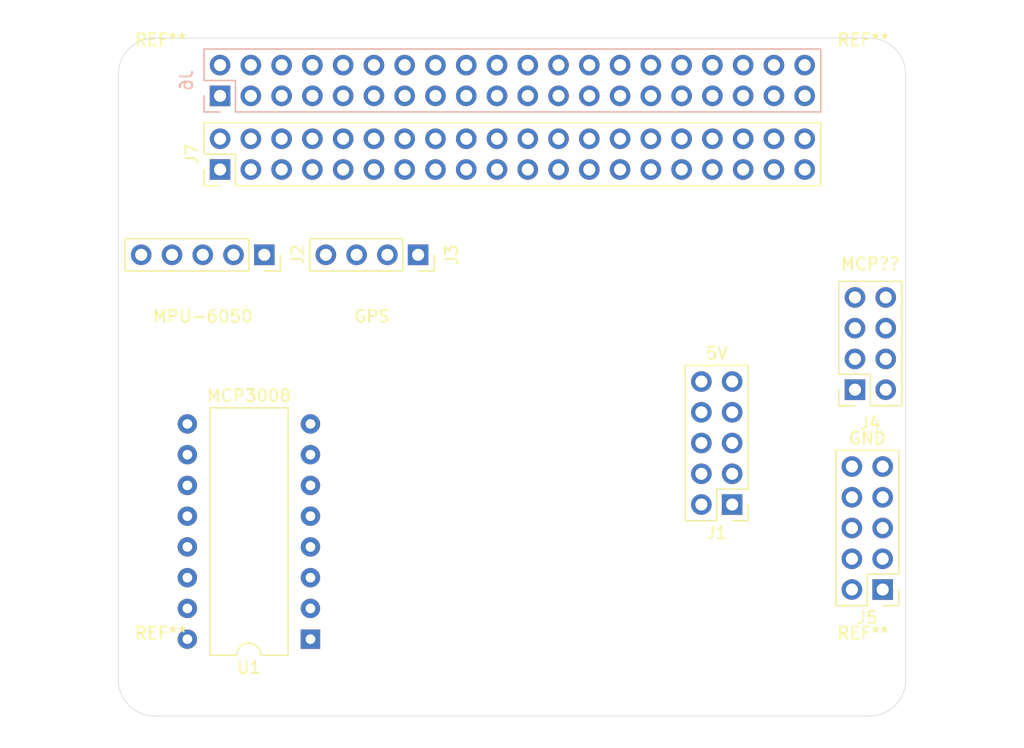
<source format=kicad_pcb>
(kicad_pcb (version 20211014) (generator pcbnew)
  (layers (0 "F.Cu" signal) (31 "B.Cu" signal) (34 "B.Paste" user) (35 "F.Paste" user) (36 "B.SilkS" user "B.Silkscreen") (37 "F.SilkS" user "F.Silkscreen") (38 "B.Mask" user) (39 "F.Mask" user) (44 "Edge.Cuts" user))
  (net 0 "")
  (net 1 "/5V")
  (net 2 "Net-(J2-Pad5)")
  (net 3 "/GND")
  (net 4 "/3V3")
  (net 5 "/GPIO14_TXD")
  (net 6 "/GPIO15_RXD")
  (net 7 "Net-(J4-Pad8)")
  (net 8 "Net-(J4-Pad7)")
  (net 9 "Net-(J4-Pad6)")
  (net 10 "Net-(J4-Pad5)")
  (net 11 "Net-(J4-Pad4)")
  (net 12 "Net-(J4-Pad3)")
  (net 13 "Net-(J4-Pad2)")
  (net 14 "Net-(J4-Pad1)")
  (net 15 "/GPIO21_SCLK1")
  (net 16 "/GPIO20_MOSI1")
  (net 17 "/GPIO26")
  (net 18 "/GPIO16")
  (net 19 "/GPIO19")
  (net 20 "/GPIO13")
  (net 21 "/GPIO12")
  (net 22 "/GPIO6")
  (net 23 "/GPIO5")
  (net 24 "/GPIO1_ID_SC")
  (net 25 "/GPIO0_ID_SD")
  (net 26 "/GPIO9_SPI_CE1")
  (net 27 "/GPIO8_SPI_CE0")
  (net 28 "/GPIO11")
  (net 29 "/GPIO25")
  (net 30 "/GPIO9")
  (net 31 "/GPIO10")
  (net 32 "/GPIO24")
  (net 33 "/GPIO23")
  (net 34 "/GPIO22")
  (net 35 "/GPIO27")
  (net 36 "/GPIO18_PWM0")
  (net 37 "/GPIO17")
  (net 38 "/GPIO4_GCLK0")
  (net 39 "/GPIO3_SCL")
  (net 40 "/GPIO2_SDA")
  (net 41 "Net-(U1-Pad16)")
  (net 42 "Net-(U1-Pad8)")
  (net 43 "Net-(U1-Pad15)")
  (net 44 "Net-(U1-Pad7)")
  (net 45 "Net-(U1-Pad6)")
  (net 46 "Net-(U1-Pad13)")
  (net 47 "Net-(U1-Pad5)")
  (net 48 "Net-(U1-Pad12)")
  (net 49 "Net-(U1-Pad4)")
  (net 50 "Net-(U1-Pad11)")
  (net 51 "Net-(U1-Pad3)")
  (net 52 "Net-(U1-Pad10)")
  (net 53 "/CZT")
  (net 54 "/CZP")
  (footprint "Connector_PinHeader_2.54mm:PinHeader_2x05_P2.54mm_Vertical" (layer "F.Cu") (at 147.171 105.029 180)
    (fp_text reference "J1" (at 1.27 -2.33) (layer "F.SilkS"))
    (fp_text value "5V" (at 1.27 12.49) (layer "F.SilkS"))
    (fp_line (start -1.33 1.27) (end 1.27 1.27) (layer "F.SilkS") (width 0.12))
    (fp_line (start 1.27 -1.33) (end 3.87 -1.33) (layer "F.SilkS") (width 0.12))
    (fp_line (start -1.33 -1.33) (end 0 -1.33) (layer "F.SilkS") (width 0.12))
    (fp_line (start 3.87 -1.33) (end 3.87 11.49) (layer "F.SilkS") (width 0.12))
    (fp_line (start -1.33 1.27) (end -1.33 11.49) (layer "F.SilkS") (width 0.12))
    (fp_line (start 1.27 1.27) (end 1.27 -1.33) (layer "F.SilkS") (width 0.12))
    (fp_line (start -1.33 0) (end -1.33 -1.33) (layer "F.SilkS") (width 0.12))
    (fp_line (start -1.33 11.49) (end 3.87 11.49) (layer "F.SilkS") (width 0.12))
    (pad "1" thru_hole rect locked (at 0 0 180) (size 1.7 1.7) (drill 1) (layers *.Cu *.Mask) (net 1 "/5V"))
    (pad "2" thru_hole oval locked (at 2.54 0 180) (size 1.7 1.7) (drill 1) (layers *.Cu *.Mask) (net 1 "/5V"))
    (pad "3" thru_hole oval locked (at 0 2.54 180) (size 1.7 1.7) (drill 1) (layers *.Cu *.Mask) (net 1 "/5V"))
    (pad "4" thru_hole oval locked (at 2.54 2.54 180) (size 1.7 1.7) (drill 1) (layers *.Cu *.Mask) (net 1 "/5V"))
    (pad "5" thru_hole oval locked (at 0 5.08 180) (size 1.7 1.7) (drill 1) (layers *.Cu *.Mask) (net 1 "/5V"))
    (pad "6" thru_hole oval locked (at 2.54 5.08 180) (size 1.7 1.7) (drill 1) (layers *.Cu *.Mask) (net 1 "/5V"))
    (pad "7" thru_hole oval locked (at 0 7.62 180) (size 1.7 1.7) (drill 1) (layers *.Cu *.Mask) (net 1 "/5V"))
    (pad "8" thru_hole oval locked (at 2.54 7.62 180) (size 1.7 1.7) (drill 1) (layers *.Cu *.Mask) (net 1 "/5V"))
    (pad "9" thru_hole oval locked (at 0 10.16 180) (size 1.7 1.7) (drill 1) (layers *.Cu *.Mask) (net 1 "/5V"))
    (pad "10" thru_hole oval locked (at 2.54 10.16 180) (size 1.7 1.7) (drill 1) (layers *.Cu *.Mask) (net 1 "/5V"))
  )
  (footprint "Connector_PinSocket_2.54mm:PinSocket_1x05_P2.54mm_Vertical" (layer "F.Cu") (at 108.55 84.4 -90)
    (fp_text reference "J2" (at 0 -2.77 90) (layer "F.SilkS"))
    (fp_text value "MPU-6050" (at 5.08 5.08 180) (layer "F.SilkS"))
    (fp_line (start -1.33 11.49) (end 1.33 11.49) (layer "F.SilkS") (width 0.12))
    (fp_line (start 1.33 1.27) (end 1.33 11.49) (layer "F.SilkS") (width 0.12))
    (fp_line (start 0 -1.33) (end 1.33 -1.33) (layer "F.SilkS") (width 0.12))
    (fp_line (start -1.33 1.27) (end -1.33 11.49) (layer "F.SilkS") (width 0.12))
    (fp_line (start 1.33 -1.33) (end 1.33 0) (layer "F.SilkS") (width 0.12))
    (fp_line (start -1.33 1.27) (end 1.33 1.27) (layer "F.SilkS") (width 0.12))
    (pad "1" thru_hole rect locked (at 0 0 270) (size 1.7 1.7) (drill 1) (layers *.Cu *.Mask) (net 4 "/3V3"))
    (pad "2" thru_hole oval locked (at 0 2.54 270) (size 1.7 1.7) (drill 1) (layers *.Cu *.Mask) (net 3 "/GND"))
    (pad "3" thru_hole oval locked (at 0 5.08 270) (size 1.7 1.7) (drill 1) (layers *.Cu *.Mask) (net 39 "/GPIO3_SCL"))
    (pad "4" thru_hole oval locked (at 0 7.62 270) (size 1.7 1.7) (drill 1) (layers *.Cu *.Mask) (net 40 "/GPIO2_SDA"))
    (pad "5" thru_hole oval locked (at 0 10.16 270) (size 1.7 1.7) (drill 1) (layers *.Cu *.Mask) (net 2 "Net-(J2-Pad5)"))
  )
  (footprint "Connector_PinSocket_2.54mm:PinSocket_1x04_P2.54mm_Vertical" (layer "F.Cu") (at 121.25 84.4 -90)
    (fp_text reference "J3" (at 0 -2.77 90) (layer "F.SilkS"))
    (fp_text value "GPS" (at 5.08 3.81 180) (layer "F.SilkS"))
    (fp_line (start -1.33 1.27) (end -1.33 8.95) (layer "F.SilkS") (width 0.12))
    (fp_line (start 1.33 1.27) (end 1.33 8.95) (layer "F.SilkS") (width 0.12))
    (fp_line (start 1.33 -1.33) (end 1.33 0) (layer "F.SilkS") (width 0.12))
    (fp_line (start -1.33 8.95) (end 1.33 8.95) (layer "F.SilkS") (width 0.12))
    (fp_line (start -1.33 1.27) (end 1.33 1.27) (layer "F.SilkS") (width 0.12))
    (fp_line (start 0 -1.33) (end 1.33 -1.33) (layer "F.SilkS") (width 0.12))
    (pad "1" thru_hole rect locked (at 0 0 270) (size 1.7 1.7) (drill 1) (layers *.Cu *.Mask) (net 3 "/GND"))
    (pad "2" thru_hole oval locked (at 0 2.54 270) (size 1.7 1.7) (drill 1) (layers *.Cu *.Mask) (net 4 "/3V3"))
    (pad "3" thru_hole oval locked (at 0 5.08 270) (size 1.7 1.7) (drill 1) (layers *.Cu *.Mask) (net 6 "/GPIO15_RXD"))
    (pad "4" thru_hole oval locked (at 0 7.62 270) (size 1.7 1.7) (drill 1) (layers *.Cu *.Mask) (net 5 "/GPIO14_TXD"))
  )
  (footprint "Connector_PinSocket_2.54mm:PinSocket_2x04_P2.54mm_Vertical" (layer "F.Cu") (at 157.31 95.54 180)
    (fp_text reference "J4" (at -1.27 -2.77) (layer "F.SilkS"))
    (fp_text value "MCP??" (at -1.27 10.39) (layer "F.SilkS"))
    (fp_line (start -3.87 -1.33) (end -3.87 8.95) (layer "F.SilkS") (width 0.12))
    (fp_line (start -3.87 -1.33) (end -1.27 -1.33) (layer "F.SilkS") (width 0.12))
    (fp_line (start 1.33 1.27) (end 1.33 8.95) (layer "F.SilkS") (width 0.12))
    (fp_line (start -1.27 1.27) (end 1.33 1.27) (layer "F.SilkS") (width 0.12))
    (fp_line (start 0 -1.33) (end 1.33 -1.33) (layer "F.SilkS") (width 0.12))
    (fp_line (start -3.87 8.95) (end 1.33 8.95) (layer "F.SilkS") (width 0.12))
    (fp_line (start 1.33 -1.33) (end 1.33 0) (layer "F.SilkS") (width 0.12))
    (fp_line (start -1.27 -1.33) (end -1.27 1.27) (layer "F.SilkS") (width 0.12))
    (pad "1" thru_hole rect locked (at 0 0 180) (size 1.7 1.7) (drill 1) (layers *.Cu *.Mask) (net 14 "Net-(J4-Pad1)"))
    (pad "2" thru_hole oval locked (at -2.54 0 180) (size 1.7 1.7) (drill 1) (layers *.Cu *.Mask) (net 13 "Net-(J4-Pad2)"))
    (pad "3" thru_hole oval locked (at 0 2.54 180) (size 1.7 1.7) (drill 1) (layers *.Cu *.Mask) (net 12 "Net-(J4-Pad3)"))
    (pad "4" thru_hole oval locked (at -2.54 2.54 180) (size 1.7 1.7) (drill 1) (layers *.Cu *.Mask) (net 11 "Net-(J4-Pad4)"))
    (pad "5" thru_hole oval locked (at 0 5.08 180) (size 1.7 1.7) (drill 1) (layers *.Cu *.Mask) (net 10 "Net-(J4-Pad5)"))
    (pad "6" thru_hole oval locked (at -2.54 5.08 180) (size 1.7 1.7) (drill 1) (layers *.Cu *.Mask) (net 9 "Net-(J4-Pad6)"))
    (pad "7" thru_hole oval locked (at 0 7.62 180) (size 1.7 1.7) (drill 1) (layers *.Cu *.Mask) (net 8 "Net-(J4-Pad7)"))
    (pad "8" thru_hole oval locked (at -2.54 7.62 180) (size 1.7 1.7) (drill 1) (layers *.Cu *.Mask) (net 7 "Net-(J4-Pad8)"))
  )
  (footprint "Connector_PinHeader_2.54mm:PinHeader_2x05_P2.54mm_Vertical" (layer "F.Cu") (at 159.596 112.05 180)
    (fp_text reference "J5" (at 1.27 -2.33) (layer "F.SilkS"))
    (fp_text value "GND" (at 1.27 12.49) (layer "F.SilkS"))
    (fp_line (start 1.27 -1.33) (end 3.87 -1.33) (layer "F.SilkS") (width 0.12))
    (fp_line (start -1.33 1.27) (end 1.27 1.27) (layer "F.SilkS") (width 0.12))
    (fp_line (start -1.33 11.49) (end 3.87 11.49) (layer "F.SilkS") (width 0.12))
    (fp_line (start 3.87 -1.33) (end 3.87 11.49) (layer "F.SilkS") (width 0.12))
    (fp_line (start -1.33 1.27) (end -1.33 11.49) (layer "F.SilkS") (width 0.12))
    (fp_line (start 1.27 1.27) (end 1.27 -1.33) (layer "F.SilkS") (width 0.12))
    (fp_line (start -1.33 0) (end -1.33 -1.33) (layer "F.SilkS") (width 0.12))
    (fp_line (start -1.33 -1.33) (end 0 -1.33) (layer "F.SilkS") (width 0.12))
    (pad "1" thru_hole rect locked (at 0 0 180) (size 1.7 1.7) (drill 1) (layers *.Cu *.Mask) (net 3 "/GND"))
    (pad "2" thru_hole oval locked (at 2.54 0 180) (size 1.7 1.7) (drill 1) (layers *.Cu *.Mask) (net 3 "/GND"))
    (pad "3" thru_hole oval locked (at 0 2.54 180) (size 1.7 1.7) (drill 1) (layers *.Cu *.Mask) (net 3 "/GND"))
    (pad "4" thru_hole oval locked (at 2.54 2.54 180) (size 1.7 1.7) (drill 1) (layers *.Cu *.Mask) (net 3 "/GND"))
    (pad "5" thru_hole oval locked (at 0 5.08 180) (size 1.7 1.7) (drill 1) (layers *.Cu *.Mask) (net 3 "/GND"))
    (pad "6" thru_hole oval locked (at 2.54 5.08 180) (size 1.7 1.7) (drill 1) (layers *.Cu *.Mask) (net 3 "/GND"))
    (pad "7" thru_hole oval locked (at 0 7.62 180) (size 1.7 1.7) (drill 1) (layers *.Cu *.Mask) (net 3 "/GND"))
    (pad "8" thru_hole oval locked (at 2.54 7.62 180) (size 1.7 1.7) (drill 1) (layers *.Cu *.Mask) (net 3 "/GND"))
    (pad "9" thru_hole oval locked (at 0 10.16 180) (size 1.7 1.7) (drill 1) (layers *.Cu *.Mask) (net 3 "/GND"))
    (pad "10" thru_hole oval locked (at 2.54 10.16 180) (size 1.7 1.7) (drill 1) (layers *.Cu *.Mask) (net 3 "/GND"))
  )
  (footprint "Connector_PinHeader_2.54mm:PinHeader_2x20_P2.54mm_Vertical" (layer "F.Cu") (at 104.9 77.353 90)
    (fp_text reference "J7" (at 1.27 -2.33 90) (layer "F.SilkS"))
    (fp_text value "MIRROR")
    (fp_line (start 1.27 -1.33) (end 3.87 -1.33) (layer "F.SilkS") (width 0.12))
    (fp_line (start 1.27 1.27) (end 1.27 -1.33) (layer "F.SilkS") (width 0.12))
    (fp_line (start -1.33 49.59) (end 3.87 49.59) (layer "F.SilkS") (width 0.12))
    (fp_line (start -1.33 -1.33) (end 0 -1.33) (layer "F.SilkS") (width 0.12))
    (fp_line (start -1.33 1.27) (end 1.27 1.27) (layer "F.SilkS") (width 0.12))
    (fp_line (start -1.33 0) (end -1.33 -1.33) (layer "F.SilkS") (width 0.12))
    (fp_line (start -1.33 1.27) (end -1.33 49.59) (layer "F.SilkS") (width 0.12))
    (fp_line (start 3.87 -1.33) (end 3.87 49.59) (layer "F.SilkS") (width 0.12))
    (pad "1" thru_hole rect locked (at 0 0 90) (size 1.7 1.7) (drill 1) (layers *.Cu *.Mask) (net 4 "/3V3"))
    (pad "2" thru_hole oval locked (at 2.54 0 90) (size 1.7 1.7) (drill 1) (layers *.Cu *.Mask) (net 1 "/5V"))
    (pad "3" thru_hole oval locked (at 0 2.54 90) (size 1.7 1.7) (drill 1) (layers *.Cu *.Mask) (net 40 "/GPIO2_SDA"))
    (pad "4" thru_hole oval locked (at 2.54 2.54 90) (size 1.7 1.7) (drill 1) (layers *.Cu *.Mask) (net 1 "/5V"))
    (pad "5" thru_hole oval locked (at 0 5.08 90) (size 1.7 1.7) (drill 1) (layers *.Cu *.Mask) (net 39 "/GPIO3_SCL"))
    (pad "6" thru_hole oval locked (at 2.54 5.08 90) (size 1.7 1.7) (drill 1) (layers *.Cu *.Mask) (net 3 "/GND"))
    (pad "7" thru_hole oval locked (at 0 7.62 90) (size 1.7 1.7) (drill 1) (layers *.Cu *.Mask) (net 38 "/GPIO4_GCLK0"))
    (pad "8" thru_hole oval locked (at 2.54 7.62 90) (size 1.7 1.7) (drill 1) (layers *.Cu *.Mask) (net 5 "/GPIO14_TXD"))
    (pad "9" thru_hole oval locked (at 0 10.16 90) (size 1.7 1.7) (drill 1) (layers *.Cu *.Mask) (net 3 "/GND"))
    (pad "10" thru_hole oval locked (at 2.54 10.16 90) (size 1.7 1.7) (drill 1) (layers *.Cu *.Mask) (net 6 "/GPIO15_RXD"))
    (pad "11" thru_hole oval locked (at 0 12.7 90) (size 1.7 1.7) (drill 1) (layers *.Cu *.Mask) (net 37 "/GPIO17"))
    (pad "12" thru_hole oval locked (at 2.54 12.7 90) (size 1.7 1.7) (drill 1) (layers *.Cu *.Mask) (net 36 "/GPIO18_PWM0"))
    (pad "13" thru_hole oval locked (at 0 15.24 90) (size 1.7 1.7) (drill 1) (layers *.Cu *.Mask) (net 35 "/GPIO27"))
    (pad "14" thru_hole oval locked (at 2.54 15.24 90) (size 1.7 1.7) (drill 1) (layers *.Cu *.Mask) (net 3 "/GND"))
    (pad "15" thru_hole oval locked (at 0 17.78 90) (size 1.7 1.7) (drill 1) (layers *.Cu *.Mask) (net 34 "/GPIO22"))
    (pad "16" thru_hole oval locked (at 2.54 17.78 90) (size 1.7 1.7) (drill 1) (layers *.Cu *.Mask) (net 33 "/GPIO23"))
    (pad "17" thru_hole oval locked (at 0 20.32 90) (size 1.7 1.7) (drill 1) (layers *.Cu *.Mask) (net 4 "/3V3"))
    (pad "18" thru_hole oval locked (at 2.54 20.32 90) (size 1.7 1.7) (drill 1) (layers *.Cu *.Mask) (net 32 "/GPIO24"))
    (pad "19" thru_hole oval locked (at 0 22.86 90) (size 1.7 1.7) (drill 1) (layers *.Cu *.Mask) (net 31 "/GPIO10"))
    (pad "20" thru_hole oval locked (at 2.54 22.86 90) (size 1.7 1.7) (drill 1) (layers *.Cu *.Mask) (net 3 "/GND"))
    (pad "21" thru_hole oval locked (at 0 25.4 90) (size 1.7 1.7) (drill 1) (layers *.Cu *.Mask) (net 30 "/GPIO9"))
    (pad "22" thru_hole oval locked (at 2.54 25.4 90) (size 1.7 1.7) (drill 1) (layers *.Cu *.Mask) (net 29 "/GPIO25"))
    (pad "23" thru_hole oval locked (at 0 27.94 90) (size 1.7 1.7) (drill 1) (layers *.Cu *.Mask) (net 28 "/GPIO11"))
    (pad "24" thru_hole oval locked (at 2.54 27.94 90) (size 1.7 1.7) (drill 1) (layers *.Cu *.Mask) (net 27 "/GPIO8_SPI_CE0"))
    (pad "25" thru_hole oval locked (at 0 30.48 90) (size 1.7 1.7) (drill 1) (layers *.Cu *.Mask) (net 3 "/GND"))
    (pad "26" thru_hole oval locked (at 2.54 30.48 90) (size 1.7 1.7) (drill 1) (layers *.Cu *.Mask) (net 26 "/GPIO9_SPI_CE1"))
    (pad "27" thru_hole oval locked (at 0 33.02 90) (size 1.7 1.7) (drill 1) (layers *.Cu *.Mask) (net 25 "/GPIO0_ID_SD"))
    (pad "28" thru_hole oval locked (at 2.54 33.02 90) (size 1.7 1.7) (drill 1) (layers *.Cu *.Mask) (net 24 "/GPIO1_ID_SC"))
    (pad "29" thru_hole oval locked (at 0 35.56 90) (size 1.7 1.7) (drill 1) (layers *.Cu *.Mask) (net 23 "/GPIO5"))
    (pad "30" thru_hole oval locked (at 2.54 35.56 90) (size 1.7 1.7) (drill 1) (layers *.Cu *.Mask) (net 3 "/GND"))
    (pad "31" thru_hole oval locked (at 0 38.1 90) (size 1.7 1.7) (drill 1) (layers *.Cu *.Mask) (net 22 "/GPIO6"))
    (pad "32" thru_hole oval locked (at 2.54 38.1 90) (size 1.7 1.7) (drill 1) (layers *.Cu *.Mask) (net 21 "/GPIO12"))
    (pad "33" thru_hole oval locked (at 0 40.64 90) (size 1.7 1.7) (drill 1) (layers *.Cu *.Mask) (net 20 "/GPIO13"))
    (pad "34" thru_hole oval locked (at 2.54 40.64 90) (size 1.7 1.7) (drill 1) (layers *.Cu *.Mask) (net 3 "/GND"))
    (pad "35" thru_hole oval locked (at 0 43.18 90) (size 1.7 1.7) (drill 1) (layers *.Cu *.Mask) (net 19 "/GPIO19"))
    (pad "36" thru_hole oval locked (at 2.54 43.18 90) (size 1.7 1.7) (drill 1) (layers *.Cu *.Mask) (net 18 "/GPIO16"))
    (pad "37" thru_hole oval locked (at 0 45.72 90) (size 1.7 1.7) (drill 1) (layers *.Cu *.Mask) (net 17 "/GPIO26"))
    (pad "38" thru_hole oval locked (at 2.54 45.72 90) (size 1.7 1.7) (drill 1) (layers *.Cu *.Mask) (net 16 "/GPIO20_MOSI1"))
    (pad "39" thru_hole oval locked (at 0 48.26 90) (size 1.7 1.7) (drill 1) (layers *.Cu *.Mask) (net 3 "/GND"))
    (pad "40" thru_hole oval locked (at 2.54 48.26 90) (size 1.7 1.7) (drill 1) (layers *.Cu *.Mask) (net 15 "/GPIO21_SCLK1"))
  )
  (footprint "Package_DIP:DIP-16_W10.16mm" (layer "F.Cu") (at 112.36 116.15 180)
    (fp_text reference "U1" (at 5.08 -2.33) (layer "F.SilkS"))
    (fp_text value "MCP3008" (at 5.08 20.11) (layer "F.SilkS"))
    (fp_line (start 1.845 -1.33) (end 1.845 19.11) (layer "F.SilkS") (width 0.12))
    (fp_line (start 4.08 -1.33) (end 1.845 -1.33) (layer "F.SilkS") (width 0.12))
    (fp_line (start 1.845 19.11) (end 8.315 19.11) (layer "F.SilkS") (width 0.12))
    (fp_line (start 8.315 -1.33) (end 6.08 -1.33) (layer "F.SilkS") (width 0.12))
    (fp_line (start 8.315 19.11) (end 8.315 -1.33) (layer "F.SilkS") (width 0.12))
    (fp_arc (start 6.08 -1.33) (mid 5.08 -0.33) (end 4.08 -1.33) (layer "F.SilkS") (width 0.12))
    (pad "1" thru_hole rect locked (at 0 0 180) (size 1.6 1.6) (drill 0.8) (layers *.Cu *.Mask) (net 54 "/CZP"))
    (pad "2" thru_hole oval locked (at 0 2.54 180) (size 1.6 1.6) (drill 0.8) (layers *.Cu *.Mask) (net 53 "/CZT"))
    (pad "3" thru_hole oval locked (at 0 5.08 180) (size 1.6 1.6) (drill 0.8) (layers *.Cu *.Mask) (net 51 "Net-(U1-Pad3)"))
    (pad "4" thru_hole oval locked (at 0 7.62 180) (size 1.6 1.6) (drill 0.8) (layers *.Cu *.Mask) (net 49 "Net-(U1-Pad4)"))
    (pad "5" thru_hole oval locked (at 0 10.16 180) (size 1.6 1.6) (drill 0.8) (layers *.Cu *.Mask) (net 47 "Net-(U1-Pad5)"))
    (pad "6" thru_hole oval locked (at 0 12.7 180) (size 1.6 1.6) (drill 0.8) (layers *.Cu *.Mask) (net 45 "Net-(U1-Pad6)"))
    (pad "7" thru_hole oval locked (at 0 15.24 180) (size 1.6 1.6) (drill 0.8) (layers *.Cu *.Mask) (net 44 "Net-(U1-Pad7)"))
    (pad "8" thru_hole oval locked (at 0 17.78 180) (size 1.6 1.6) (drill 0.8) (layers *.Cu *.Mask) (net 42 "Net-(U1-Pad8)"))
    (pad "9" thru_hole oval locked (at 10.16 17.78 180) (size 1.6 1.6) (drill 0.8) (layers *.Cu *.Mask) (net 3 "/GND"))
    (pad "10" thru_hole oval locked (at 10.16 15.24 180) (size 1.6 1.6) (drill 0.8) (layers *.Cu *.Mask) (net 52 "Net-(U1-Pad10)"))
    (pad "11" thru_hole oval locked (at 10.16 12.7 180) (size 1.6 1.6) (drill 0.8) (layers *.Cu *.Mask) (net 50 "Net-(U1-Pad11)"))
    (pad "12" thru_hole oval locked (at 10.16 10.16 180) (size 1.6 1.6) (drill 0.8) (layers *.Cu *.Mask) (net 48 "Net-(U1-Pad12)"))
    (pad "13" thru_hole oval locked (at 10.16 7.62 180) (size 1.6 1.6) (drill 0.8) (layers *.Cu *.Mask) (net 46 "Net-(U1-Pad13)"))
    (pad "14" thru_hole oval locked (at 10.16 5.08 180) (size 1.6 1.6) (drill 0.8) (layers *.Cu *.Mask) (net 3 "/GND"))
    (pad "15" thru_hole oval locked (at 10.16 2.54 180) (size 1.6 1.6) (drill 0.8) (layers *.Cu *.Mask) (net 43 "Net-(U1-Pad15)"))
    (pad "16" thru_hole oval locked (at 10.16 0 180) (size 1.6 1.6) (drill 0.8) (layers *.Cu *.Mask) (net 41 "Net-(U1-Pad16)"))
  )
  (footprint "MountingHole:MountingHole_2.7mm_M2.5_DIN965" (layer "F.Cu") (at 158 70)
    (fp_text reference "REF**" (at 0 -3.35) (layer "F.SilkS"))
    (fp_text value "MountingHole_2.7mm_M2.5_DIN965")
    (pad "" np_thru_hole circle locked (at 0 0) (size 2.7 2.7) (drill 2.7) (layers *.Cu *.Mask))
  )
  (footprint "MountingHole:MountingHole_2.7mm_M2.5_DIN965" (layer "F.Cu") (at 158 119)
    (fp_text reference "REF**" (at 0 -3.35) (layer "F.SilkS"))
    (fp_text value "MountingHole_2.7mm_M2.5_DIN965")
    (pad "" np_thru_hole circle locked (at 0 0) (size 2.7 2.7) (drill 2.7) (layers *.Cu *.Mask))
  )
  (footprint "MountingHole:MountingHole_2.7mm_M2.5_DIN965" (layer "F.Cu") (at 100 70)
    (fp_text reference "REF**" (at 0 -3.35) (layer "F.SilkS"))
    (fp_text value "MountingHole_2.7mm_M2.5_DIN965")
    (pad "" np_thru_hole circle locked (at 0 0) (size 2.7 2.7) (drill 2.7) (layers *.Cu *.Mask))
  )
  (footprint "MountingHole:MountingHole_2.7mm_M2.5_DIN965" (layer "F.Cu") (at 100 119)
    (fp_text reference "REF**" (at 0 -3.35) (layer "F.SilkS"))
    (fp_text value "MountingHole_2.7mm_M2.5_DIN965")
    (pad "" np_thru_hole circle locked (at 0 0) (size 2.7 2.7) (drill 2.7) (layers *.Cu *.Mask))
  )
  (footprint "Connector_PinSocket_2.54mm:PinSocket_2x20_P2.54mm_Vertical" (layer "B.Cu") (at 104.9 71.27 -90)
    (fp_text reference "J6" (at -1.27 2.77 90) (layer "B.SilkS") (effects (justify mirror)))
    (fp_text value "Raspberry_Pi_2_3")
    (fp_line (start 1.33 -1.27) (end 1.33 -49.59) (layer "B.SilkS") (width 0.12))
    (fp_line (start 1.33 1.33) (end 1.33 0) (layer "B.SilkS") (width 0.12))
    (fp_line (start -3.87 1.33) (end -1.27 1.33) (layer "B.SilkS") (width 0.12))
    (fp_line (start -3.87 -49.59) (end 1.33 -49.59) (layer "B.SilkS") (width 0.12))
    (fp_line (start -1.27 -1.27) (end 1.33 -1.27) (layer "B.SilkS") (width 0.12))
    (fp_line (start -3.87 1.33) (end -3.87 -49.59) (layer "B.SilkS") (width 0.12))
    (fp_line (start 0 1.33) (end 1.33 1.33) (layer "B.SilkS") (width 0.12))
    (fp_line (start -1.27 1.33) (end -1.27 -1.27) (layer "B.SilkS") (width 0.12))
    (pad "1" thru_hole rect locked (at 0 0 270) (size 1.7 1.7) (drill 1) (layers *.Cu *.Mask) (net 4 "/3V3"))
    (pad "2" thru_hole oval locked (at -2.54 0 270) (size 1.7 1.7) (drill 1) (layers *.Cu *.Mask) (net 1 "/5V"))
    (pad "3" thru_hole oval locked (at 0 -2.54 270) (size 1.7 1.7) (drill 1) (layers *.Cu *.Mask) (net 40 "/GPIO2_SDA"))
    (pad "4" thru_hole oval locked (at -2.54 -2.54 270) (size 1.7 1.7) (drill 1) (layers *.Cu *.Mask) (net 1 "/5V"))
    (pad "5" thru_hole oval locked (at 0 -5.08 270) (size 1.7 1.7) (drill 1) (layers *.Cu *.Mask) (net 39 "/GPIO3_SCL"))
    (pad "6" thru_hole oval locked (at -2.54 -5.08 270) (size 1.7 1.7) (drill 1) (layers *.Cu *.Mask) (net 3 "/GND"))
    (pad "7" thru_hole oval locked (at 0 -7.62 270) (size 1.7 1.7) (drill 1) (layers *.Cu *.Mask) (net 38 "/GPIO4_GCLK0"))
    (pad "8" thru_hole oval locked (at -2.54 -7.62 270) (size 1.7 1.7) (drill 1) (layers *.Cu *.Mask) (net 5 "/GPIO14_TXD"))
    (pad "9" thru_hole oval locked (at 0 -10.16 270) (size 1.7 1.7) (drill 1) (layers *.Cu *.Mask) (net 3 "/GND"))
    (pad "10" thru_hole oval locked (at -2.54 -10.16 270) (size 1.7 1.7) (drill 1) (layers *.Cu *.Mask) (net 6 "/GPIO15_RXD"))
    (pad "11" thru_hole oval locked (at 0 -12.7 270) (size 1.7 1.7) (drill 1) (layers *.Cu *.Mask) (net 37 "/GPIO17"))
    (pad "12" thru_hole oval locked (at -2.54 -12.7 270) (size 1.7 1.7) (drill 1) (layers *.Cu *.Mask) (net 36 "/GPIO18_PWM0"))
    (pad "13" thru_hole oval locked (at 0 -15.24 270) (size 1.7 1.7) (drill 1) (layers *.Cu *.Mask) (net 35 "/GPIO27"))
    (pad "14" thru_hole oval locked (at -2.54 -15.24 270) (size 1.7 1.7) (drill 1) (layers *.Cu *.Mask) (net 3 "/GND"))
    (pad "15" thru_hole oval locked (at 0 -17.78 270) (size 1.7 1.7) (drill 1) (layers *.Cu *.Mask) (net 34 "/GPIO22"))
    (pad "16" thru_hole oval locked (at -2.54 -17.78 270) (size 1.7 1.7) (drill 1) (layers *.Cu *.Mask) (net 33 "/GPIO23"))
    (pad "17" thru_hole oval locked (at 0 -20.32 270) (size 1.7 1.7) (drill 1) (layers *.Cu *.Mask) (net 4 "/3V3"))
    (pad "18" thru_hole oval locked (at -2.54 -20.32 270) (size 1.7 1.7) (drill 1) (layers *.Cu *.Mask) (net 32 "/GPIO24"))
    (pad "19" thru_hole oval locked (at 0 -22.86 270) (size 1.7 1.7) (drill 1) (layers *.Cu *.Mask) (net 31 "/GPIO10"))
    (pad "20" thru_hole oval locked (at -2.54 -22.86 270) (size 1.7 1.7) (drill 1) (layers *.Cu *.Mask) (net 3 "/GND"))
    (pad "21" thru_hole oval locked (at 0 -25.4 270) (size 1.7 1.7) (drill 1) (layers *.Cu *.Mask) (net 30 "/GPIO9"))
    (pad "22" thru_hole oval locked (at -2.54 -25.4 270) (size 1.7 1.7) (drill 1) (layers *.Cu *.Mask) (net 29 "/GPIO25"))
    (pad "23" thru_hole oval locked (at 0 -27.94 270) (size 1.7 1.7) (drill 1) (layers *.Cu *.Mask) (net 28 "/GPIO11"))
    (pad "24" thru_hole oval locked (at -2.54 -27.94 270) (size 1.7 1.7) (drill 1) (layers *.Cu *.Mask) (net 27 "/GPIO8_SPI_CE0"))
    (pad "25" thru_hole oval locked (at 0 -30.48 270) (size 1.7 1.7) (drill 1) (layers *.Cu *.Mask) (net 3 "/GND"))
    (pad "26" thru_hole oval locked (at -2.54 -30.48 270) (size 1.7 1.7) (drill 1) (layers *.Cu *.Mask) (net 26 "/GPIO9_SPI_CE1"))
    (pad "27" thru_hole oval locked (at 0 -33.02 270) (size 1.7 1.7) (drill 1) (layers *.Cu *.Mask) (net 25 "/GPIO0_ID_SD"))
    (pad "28" thru_hole oval locked (at -2.54 -33.02 270) (size 1.7 1.7) (drill 1) (layers *.Cu *.Mask) (net 24 "/GPIO1_ID_SC"))
    (pad "29" thru_hole oval locked (at 0 -35.56 270) (size 1.7 1.7) (drill 1) (layers *.Cu *.Mask) (net 23 "/GPIO5"))
    (pad "30" thru_hole oval locked (at -2.54 -35.56 270) (size 1.7 1.7) (drill 1) (layers *.Cu *.Mask) (net 3 "/GND"))
    (pad "31" thru_hole oval locked (at 0 -38.1 270) (size 1.7 1.7) (drill 1) (layers *.Cu *.Mask) (net 22 "/GPIO6"))
    (pad "32" thru_hole oval locked (at -2.54 -38.1 270) (size 1.7 1.7) (drill 1) (layers *.Cu *.Mask) (net 21 "/GPIO12"))
    (pad "33" thru_hole oval locked (at 0 -40.64 270) (size 1.7 1.7) (drill 1) (layers *.Cu *.Mask) (net 20 "/GPIO13"))
    (pad "34" thru_hole oval locked (at -2.54 -40.64 270) (size 1.7 1.7) (drill 1) (layers *.Cu *.Mask) (net 3 "/GND"))
    (pad "35" thru_hole oval locked (at 0 -43.18 270) (size 1.7 1.7) (drill 1) (layers *.Cu *.Mask) (net 19 "/GPIO19"))
    (pad "36" thru_hole oval locked (at -2.54 -43.18 270) (size 1.7 1.7) (drill 1) (layers *.Cu *.Mask) (net 18 "/GPIO16"))
    (pad "37" thru_hole oval locked (at 0 -45.72 270) (size 1.7 1.7) (drill 1) (layers *.Cu *.Mask) (net 17 "/GPIO26"))
    (pad "38" thru_hole oval locked (at -2.54 -45.72 270) (size 1.7 1.7) (drill 1) (layers *.Cu *.Mask) (net 16 "/GPIO20_MOSI1"))
    (pad "39" thru_hole oval locked (at 0 -48.26 270) (size 1.7 1.7) (drill 1) (layers *.Cu *.Mask) (net 3 "/GND"))
    (pad "40" thru_hole oval locked (at -2.54 -48.26 270) (size 1.7 1.7) (drill 1) (layers *.Cu *.Mask) (net 15 "/GPIO21_SCLK1"))
  )
  (gr_line (start 96.5 119.5) (end 96.5 69.5) (layer "Edge.Cuts") (width 0.05))
  (gr_line (start 158.5 122.5) (end 99.5 122.5) (layer "Edge.Cuts") (width 0.05))
  (gr_arc (start 161.5 119.5) (mid 160.62132 121.62132) (end 158.5 122.5) (layer "Edge.Cuts") (width 0.05))
  (gr_arc (start 158.5 66.5) (mid 160.62132 67.37868) (end 161.5 69.5) (layer "Edge.Cuts") (width 0.05))
  (gr_line (start 161.5 119.5) (end 161.5 69.5) (layer "Edge.Cuts") (width 0.05))
  (gr_arc (start 96.5 69.5) (mid 97.37868 67.37868) (end 99.5 66.5) (layer "Edge.Cuts") (width 0.05))
  (gr_line (start 158.5 66.5) (end 99.5 66.5) (layer "Edge.Cuts") (width 0.05))
  (gr_arc (start 99.5 122.5) (mid 97.37868 121.62132) (end 96.5 119.5) (layer "Edge.Cuts") (width 0.05))
)
</source>
